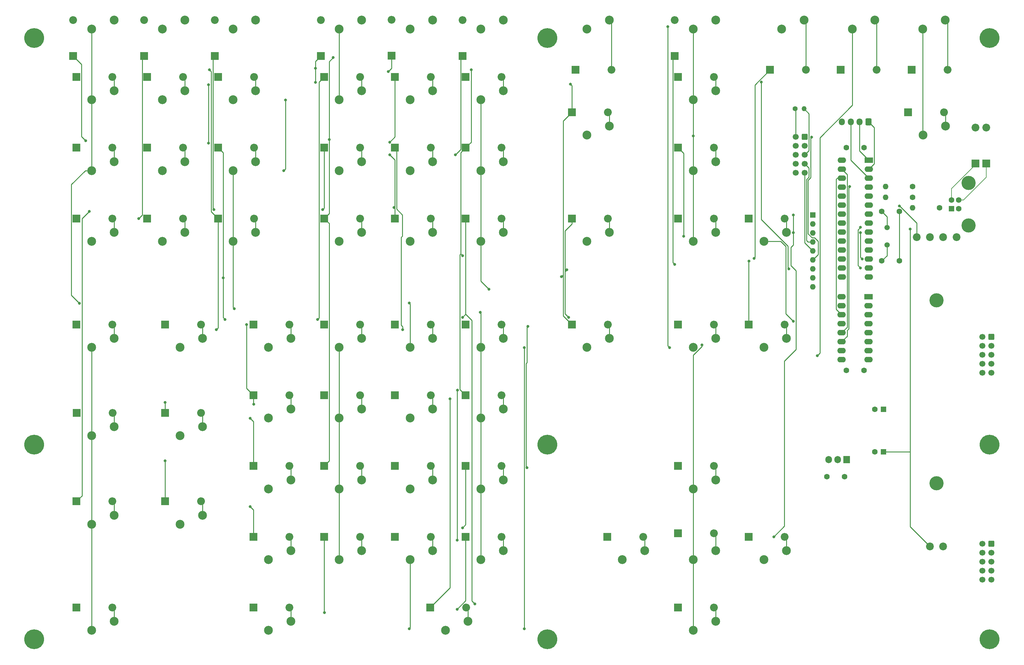
<source format=gbr>
%TF.GenerationSoftware,KiCad,Pcbnew,7.0.5*%
%TF.CreationDate,2023-07-04T22:58:31+02:00*%
%TF.ProjectId,CMD_Board,434d445f-426f-4617-9264-2e6b69636164,rev?*%
%TF.SameCoordinates,Original*%
%TF.FileFunction,Copper,L2,Bot*%
%TF.FilePolarity,Positive*%
%FSLAX46Y46*%
G04 Gerber Fmt 4.6, Leading zero omitted, Abs format (unit mm)*
G04 Created by KiCad (PCBNEW 7.0.5) date 2023-07-04 22:58:31*
%MOMM*%
%LPD*%
G01*
G04 APERTURE LIST*
G04 Aperture macros list*
%AMRoundRect*
0 Rectangle with rounded corners*
0 $1 Rounding radius*
0 $2 $3 $4 $5 $6 $7 $8 $9 X,Y pos of 4 corners*
0 Add a 4 corners polygon primitive as box body*
4,1,4,$2,$3,$4,$5,$6,$7,$8,$9,$2,$3,0*
0 Add four circle primitives for the rounded corners*
1,1,$1+$1,$2,$3*
1,1,$1+$1,$4,$5*
1,1,$1+$1,$6,$7*
1,1,$1+$1,$8,$9*
0 Add four rect primitives between the rounded corners*
20,1,$1+$1,$2,$3,$4,$5,0*
20,1,$1+$1,$4,$5,$6,$7,0*
20,1,$1+$1,$6,$7,$8,$9,0*
20,1,$1+$1,$8,$9,$2,$3,0*%
G04 Aperture macros list end*
%TA.AperFunction,ComponentPad*%
%ADD10R,2.200000X2.200000*%
%TD*%
%TA.AperFunction,ComponentPad*%
%ADD11O,2.200000X2.200000*%
%TD*%
%TA.AperFunction,ComponentPad*%
%ADD12C,2.500000*%
%TD*%
%TA.AperFunction,ComponentPad*%
%ADD13C,5.600000*%
%TD*%
%TA.AperFunction,ComponentPad*%
%ADD14C,2.200000*%
%TD*%
%TA.AperFunction,ComponentPad*%
%ADD15C,4.000000*%
%TD*%
%TA.AperFunction,ComponentPad*%
%ADD16RoundRect,0.250000X0.600000X0.600000X-0.600000X0.600000X-0.600000X-0.600000X0.600000X-0.600000X0*%
%TD*%
%TA.AperFunction,ComponentPad*%
%ADD17C,1.700000*%
%TD*%
%TA.AperFunction,ComponentPad*%
%ADD18R,1.600000X1.600000*%
%TD*%
%TA.AperFunction,ComponentPad*%
%ADD19C,1.600000*%
%TD*%
%TA.AperFunction,ComponentPad*%
%ADD20C,1.400000*%
%TD*%
%TA.AperFunction,ComponentPad*%
%ADD21O,1.400000X1.400000*%
%TD*%
%TA.AperFunction,ComponentPad*%
%ADD22O,1.600000X1.600000*%
%TD*%
%TA.AperFunction,ComponentPad*%
%ADD23C,1.500000*%
%TD*%
%TA.AperFunction,ComponentPad*%
%ADD24R,1.905000X2.000000*%
%TD*%
%TA.AperFunction,ComponentPad*%
%ADD25O,1.905000X2.000000*%
%TD*%
%TA.AperFunction,ComponentPad*%
%ADD26RoundRect,0.250000X0.600000X0.725000X-0.600000X0.725000X-0.600000X-0.725000X0.600000X-0.725000X0*%
%TD*%
%TA.AperFunction,ComponentPad*%
%ADD27O,1.700000X1.950000*%
%TD*%
%TA.AperFunction,ComponentPad*%
%ADD28R,2.400000X1.600000*%
%TD*%
%TA.AperFunction,ComponentPad*%
%ADD29O,2.400000X1.600000*%
%TD*%
%TA.AperFunction,ViaPad*%
%ADD30C,0.800000*%
%TD*%
%TA.AperFunction,Conductor*%
%ADD31C,0.250000*%
%TD*%
%TA.AperFunction,Conductor*%
%ADD32C,0.200000*%
%TD*%
G04 APERTURE END LIST*
D10*
%TO.P,D58,1,K*%
%TO.N,MATRIX_8*%
X106920000Y-181000000D03*
D11*
%TO.P,D58,2,A*%
%TO.N,Net-(D58-Pad2)*%
X117080000Y-181000000D03*
%TD*%
D10*
%TO.P,D70,1,K*%
%TO.N,MATRIX_7*%
X246920000Y-161000000D03*
D11*
%TO.P,D70,2,A*%
%TO.N,Net-(D70-Pad2)*%
X257080000Y-161000000D03*
%TD*%
D12*
%TO.P,SW14,1,1*%
%TO.N,MATRIX_E*%
X151190000Y-17460000D03*
%TO.P,SW14,2,2*%
%TO.N,Net-(D15-Pad2)*%
X157540000Y-14920000D03*
%TD*%
%TO.P,SW11,1,1*%
%TO.N,MATRIX_E*%
X81190000Y-77460000D03*
%TO.P,SW11,2,2*%
%TO.N,Net-(D12-Pad2)*%
X87540000Y-74920000D03*
%TD*%
%TO.P,SW25,1,1*%
%TO.N,MATRIX_F*%
X201190000Y-17460000D03*
%TO.P,SW25,2,2*%
%TO.N,Net-(D27-Pad2)*%
X207540000Y-14920000D03*
%TD*%
D13*
%TO.P,H2,1,1*%
%TO.N,GND*%
X315000000Y-135000000D03*
%TD*%
D12*
%TO.P,SW56,1,1*%
%TO.N,MATRIX_D*%
X111190000Y-187460000D03*
%TO.P,SW56,2,2*%
%TO.N,Net-(D58-Pad2)*%
X117540000Y-184920000D03*
%TD*%
D10*
%TO.P,D71,1,K*%
%TO.N,MATRIX_8*%
X226920000Y-181000000D03*
D11*
%TO.P,D71,2,A*%
%TO.N,Net-(D71-Pad2)*%
X237080000Y-181000000D03*
%TD*%
D10*
%TO.P,D44,1,K*%
%TO.N,MATRIX_2*%
X106920000Y-141000000D03*
D11*
%TO.P,D44,2,A*%
%TO.N,Net-(D44-Pad2)*%
X117080000Y-141000000D03*
%TD*%
D10*
%TO.P,D42,1,K*%
%TO.N,MATRIX_8*%
X106920000Y-101000000D03*
D11*
%TO.P,D42,2,A*%
%TO.N,Net-(D42-Pad2)*%
X117080000Y-101000000D03*
%TD*%
D12*
%TO.P,SW54,1,1*%
%TO.N,MATRIX_D*%
X171190000Y-147460000D03*
%TO.P,SW54,2,2*%
%TO.N,Net-(D56-Pad2)*%
X177540000Y-144920000D03*
%TD*%
%TO.P,SW6,1,1*%
%TO.N,MATRIX_A*%
X101190000Y-37460000D03*
%TO.P,SW6,2,2*%
%TO.N,Net-(D7-Pad2)*%
X107540000Y-34920000D03*
%TD*%
D10*
%TO.P,D14,1,K*%
%TO.N,ICSP_MISO*%
X126000000Y-25080000D03*
D11*
%TO.P,D14,2,A*%
%TO.N,Net-(D14-Pad2)*%
X126000000Y-14920000D03*
%TD*%
D12*
%TO.P,SW52,1,1*%
%TO.N,MATRIX_D*%
X171190000Y-107460000D03*
%TO.P,SW52,2,2*%
%TO.N,Net-(D54-Pad2)*%
X177540000Y-104920000D03*
%TD*%
%TO.P,SW20,1,1*%
%TO.N,MATRIX_B*%
X151190000Y-57460000D03*
%TO.P,SW20,2,2*%
%TO.N,Net-(D22-Pad2)*%
X157540000Y-54920000D03*
%TD*%
%TO.P,SW12,1,1*%
%TO.N,MATRIX_E*%
X101190000Y-77460000D03*
%TO.P,SW12,2,2*%
%TO.N,Net-(D13-Pad2)*%
X107540000Y-74920000D03*
%TD*%
%TO.P,SW35,1,1*%
%TO.N,MATRIX_G*%
X61190000Y-157460000D03*
%TO.P,SW35,2,2*%
%TO.N,Net-(D37-Pad2)*%
X67540000Y-154920000D03*
%TD*%
D10*
%TO.P,D21,1,K*%
%TO.N,MATRIX_3*%
X126920000Y-51000000D03*
D11*
%TO.P,D21,2,A*%
%TO.N,Net-(D21-Pad2)*%
X137080000Y-51000000D03*
%TD*%
D12*
%TO.P,SW19,1,1*%
%TO.N,MATRIX_B*%
X131190000Y-57460000D03*
%TO.P,SW19,2,2*%
%TO.N,Net-(D21-Pad2)*%
X137540000Y-54920000D03*
%TD*%
D10*
%TO.P,D40,1,K*%
%TO.N,ICSP_SCK*%
X81920000Y-151000000D03*
D11*
%TO.P,D40,2,A*%
%TO.N,Net-(D40-Pad2)*%
X92080000Y-151000000D03*
%TD*%
D12*
%TO.P,SW28,1,1*%
%TO.N,MATRIX_F*%
X231190000Y-17460000D03*
%TO.P,SW28,2,2*%
%TO.N,Net-(D30-Pad2)*%
X237540000Y-14920000D03*
%TD*%
%TO.P,SW26,1,1*%
%TO.N,MATRIX_F*%
X201190000Y-47460000D03*
%TO.P,SW26,2,2*%
%TO.N,Net-(D28-Pad2)*%
X207540000Y-44920000D03*
%TD*%
%TO.P,SW13,1,1*%
%TO.N,MATRIX_E*%
X131190000Y-17460000D03*
%TO.P,SW13,2,2*%
%TO.N,Net-(D14-Pad2)*%
X137540000Y-14920000D03*
%TD*%
D10*
%TO.P,D68,1,K*%
%TO.N,ICSP_MISO*%
X206920000Y-161000000D03*
D11*
%TO.P,D68,2,A*%
%TO.N,Net-(D68-Pad2)*%
X217080000Y-161000000D03*
%TD*%
D10*
%TO.P,D17,1,K*%
%TO.N,MATRIX_8*%
X126920000Y-31000000D03*
D11*
%TO.P,D17,2,A*%
%TO.N,Net-(D17-Pad2)*%
X137080000Y-31000000D03*
%TD*%
D10*
%TO.P,D56,1,K*%
%TO.N,ICSP_SCK*%
X166920000Y-141000000D03*
D11*
%TO.P,D56,2,A*%
%TO.N,Net-(D56-Pad2)*%
X177080000Y-141000000D03*
%TD*%
D12*
%TO.P,SW32,1,1*%
%TO.N,MATRIX_F*%
X251190000Y-77460000D03*
%TO.P,SW32,2,2*%
%TO.N,Net-(D34-Pad2)*%
X257540000Y-74920000D03*
%TD*%
%TO.P,SW1,1,1*%
%TO.N,MATRIX_A*%
X61190000Y-17460000D03*
%TO.P,SW1,2,2*%
%TO.N,Net-(D2-Pad2)*%
X67540000Y-14920000D03*
%TD*%
D10*
%TO.P,D49,1,K*%
%TO.N,MATRIX_7*%
X126920000Y-161000000D03*
D11*
%TO.P,D49,2,A*%
%TO.N,Net-(D49-Pad2)*%
X137080000Y-161000000D03*
%TD*%
D12*
%TO.P,SW3,1,1*%
%TO.N,MATRIX_A*%
X101190000Y-17460000D03*
%TO.P,SW3,2,2*%
%TO.N,Net-(D4-Pad2)*%
X107540000Y-14920000D03*
%TD*%
D10*
%TO.P,D60,1,K*%
%TO.N,MATRIX_2*%
X196920000Y-101000000D03*
D11*
%TO.P,D60,2,A*%
%TO.N,Net-(D60-Pad2)*%
X207080000Y-101000000D03*
%TD*%
D12*
%TO.P,SW24,1,1*%
%TO.N,MATRIX_B*%
X171190000Y-77460000D03*
%TO.P,SW24,2,2*%
%TO.N,Net-(D26-Pad2)*%
X177540000Y-74920000D03*
%TD*%
D10*
%TO.P,D29,1,K*%
%TO.N,MATRIX_3*%
X196920000Y-71000000D03*
D11*
%TO.P,D29,2,A*%
%TO.N,Net-(D29-Pad2)*%
X207080000Y-71000000D03*
%TD*%
D12*
%TO.P,SW60,1,1*%
%TO.N,MATRIX_I*%
X251190000Y-107460000D03*
%TO.P,SW60,2,2*%
%TO.N,Net-(D62-Pad2)*%
X257540000Y-104920000D03*
%TD*%
D10*
%TO.P,D23,1,K*%
%TO.N,ICSP_MISO*%
X166920000Y-51000000D03*
D11*
%TO.P,D23,2,A*%
%TO.N,Net-(D23-Pad2)*%
X177080000Y-51000000D03*
%TD*%
D10*
%TO.P,D52,1,K*%
%TO.N,MATRIX_2*%
X146920000Y-141000000D03*
D11*
%TO.P,D52,2,A*%
%TO.N,Net-(D52-Pad2)*%
X157080000Y-141000000D03*
%TD*%
D12*
%TO.P,SW68,1,1*%
%TO.N,MATRIX_H*%
X251190000Y-167460000D03*
%TO.P,SW68,2,2*%
%TO.N,Net-(D70-Pad2)*%
X257540000Y-164920000D03*
%TD*%
D10*
%TO.P,D30,1,K*%
%TO.N,ICSP_MOSI*%
X226000000Y-25080000D03*
D11*
%TO.P,D30,2,A*%
%TO.N,Net-(D30-Pad2)*%
X226000000Y-14920000D03*
%TD*%
D12*
%TO.P,SW69,1,1*%
%TO.N,MATRIX_H*%
X231190000Y-187460000D03*
%TO.P,SW69,2,2*%
%TO.N,Net-(D71-Pad2)*%
X237540000Y-184920000D03*
%TD*%
D13*
%TO.P,H5,1,1*%
%TO.N,GND*%
X190000000Y-190000000D03*
%TD*%
D10*
%TO.P,D27,1,K*%
%TO.N,MATRIX_1*%
X197920000Y-29000000D03*
D11*
%TO.P,D27,2,A*%
%TO.N,Net-(D27-Pad2)*%
X208080000Y-29000000D03*
%TD*%
D10*
%TO.P,D31,1,K*%
%TO.N,ICSP_MISO*%
X226920000Y-31000000D03*
D11*
%TO.P,D31,2,A*%
%TO.N,Net-(D31-Pad2)*%
X237080000Y-31000000D03*
%TD*%
D12*
%TO.P,SW57,1,1*%
%TO.N,MATRIX_I*%
X161190000Y-187460000D03*
%TO.P,SW57,2,2*%
%TO.N,Net-(D59-Pad2)*%
X167540000Y-184920000D03*
%TD*%
D10*
%TO.P,D62,1,K*%
%TO.N,ICSP_MOSI*%
X246920000Y-101000000D03*
D11*
%TO.P,D62,2,A*%
%TO.N,Net-(D62-Pad2)*%
X257080000Y-101000000D03*
%TD*%
D12*
%TO.P,SW4,1,1*%
%TO.N,MATRIX_A*%
X61190000Y-37460000D03*
%TO.P,SW4,2,2*%
%TO.N,Net-(D5-Pad2)*%
X67540000Y-34920000D03*
%TD*%
%TO.P,SW51,1,1*%
%TO.N,MATRIX_D*%
X151190000Y-167460000D03*
%TO.P,SW51,2,2*%
%TO.N,Net-(D53-Pad2)*%
X157540000Y-164920000D03*
%TD*%
%TO.P,SW34,1,1*%
%TO.N,MATRIX_G*%
X61190000Y-132460000D03*
%TO.P,SW34,2,2*%
%TO.N,Net-(D36-Pad2)*%
X67540000Y-129920000D03*
%TD*%
D10*
%TO.P,D67,1,K*%
%TO.N,ICSP_MOSI*%
X291920000Y-41000000D03*
D11*
%TO.P,D67,2,A*%
%TO.N,Net-(D67-Pad2)*%
X302080000Y-41000000D03*
%TD*%
D12*
%TO.P,SW66,1,1*%
%TO.N,MATRIX_H*%
X211190000Y-167460000D03*
%TO.P,SW66,2,2*%
%TO.N,Net-(D68-Pad2)*%
X217540000Y-164920000D03*
%TD*%
D10*
%TO.P,D22,1,K*%
%TO.N,ICSP_MOSI*%
X146920000Y-51000000D03*
D11*
%TO.P,D22,2,A*%
%TO.N,Net-(D22-Pad2)*%
X157080000Y-51000000D03*
%TD*%
D12*
%TO.P,SW16,1,1*%
%TO.N,MATRIX_E*%
X131190000Y-37460000D03*
%TO.P,SW16,2,2*%
%TO.N,Net-(D17-Pad2)*%
X137540000Y-34920000D03*
%TD*%
D10*
%TO.P,D9,1,K*%
%TO.N,MATRIX_8*%
X76920000Y-51000000D03*
D11*
%TO.P,D9,2,A*%
%TO.N,Net-(D9-Pad2)*%
X87080000Y-51000000D03*
%TD*%
D12*
%TO.P,SW22,1,1*%
%TO.N,MATRIX_B*%
X131190000Y-77460000D03*
%TO.P,SW22,2,2*%
%TO.N,Net-(D24-Pad2)*%
X137540000Y-74920000D03*
%TD*%
%TO.P,SW17,1,1*%
%TO.N,MATRIX_B*%
X151190000Y-37460000D03*
%TO.P,SW17,2,2*%
%TO.N,Net-(D19-Pad2)*%
X157540000Y-34920000D03*
%TD*%
D13*
%TO.P,H3,1,1*%
%TO.N,GND*%
X190000000Y-135000000D03*
%TD*%
D12*
%TO.P,SW50,1,1*%
%TO.N,MATRIX_D*%
X151190000Y-147460000D03*
%TO.P,SW50,2,2*%
%TO.N,Net-(D52-Pad2)*%
X157540000Y-144920000D03*
%TD*%
%TO.P,SW42,1,1*%
%TO.N,MATRIX_C*%
X111190000Y-147460000D03*
%TO.P,SW42,2,2*%
%TO.N,Net-(D44-Pad2)*%
X117540000Y-144920000D03*
%TD*%
%TO.P,SW65,1,1*%
%TO.N,MATRIX_H*%
X296190000Y-47460000D03*
%TO.P,SW65,2,2*%
%TO.N,Net-(D67-Pad2)*%
X302540000Y-44920000D03*
%TD*%
D10*
%TO.P,D69,1,K*%
%TO.N,ICSP_SCK*%
X226920000Y-160000000D03*
D11*
%TO.P,D69,2,A*%
%TO.N,Net-(D69-Pad2)*%
X237080000Y-160000000D03*
%TD*%
D12*
%TO.P,SW33,1,1*%
%TO.N,MATRIX_G*%
X61190000Y-107460000D03*
%TO.P,SW33,2,2*%
%TO.N,Net-(D35-Pad2)*%
X67540000Y-104920000D03*
%TD*%
D10*
%TO.P,D6,1,K*%
%TO.N,ICSP_MISO*%
X76920000Y-31000000D03*
D11*
%TO.P,D6,2,A*%
%TO.N,Net-(D6-Pad2)*%
X87080000Y-31000000D03*
%TD*%
D12*
%TO.P,SW53,1,1*%
%TO.N,MATRIX_D*%
X171190000Y-127460000D03*
%TO.P,SW53,2,2*%
%TO.N,Net-(D55-Pad2)*%
X177540000Y-124920000D03*
%TD*%
%TO.P,SW23,1,1*%
%TO.N,MATRIX_B*%
X151190000Y-77460000D03*
%TO.P,SW23,2,2*%
%TO.N,Net-(D25-Pad2)*%
X157540000Y-74920000D03*
%TD*%
D10*
%TO.P,D59,1,K*%
%TO.N,MATRIX_1*%
X156920000Y-181000000D03*
D11*
%TO.P,D59,2,A*%
%TO.N,Net-(D59-Pad2)*%
X167080000Y-181000000D03*
%TD*%
D10*
%TO.P,D13,1,K*%
%TO.N,ICSP_MOSI*%
X96920000Y-71000000D03*
D11*
%TO.P,D13,2,A*%
%TO.N,Net-(D13-Pad2)*%
X107080000Y-71000000D03*
%TD*%
D12*
%TO.P,SW58,1,1*%
%TO.N,MATRIX_I*%
X201190000Y-107460000D03*
%TO.P,SW58,2,2*%
%TO.N,Net-(D60-Pad2)*%
X207540000Y-104920000D03*
%TD*%
%TO.P,SW29,1,1*%
%TO.N,MATRIX_F*%
X231190000Y-37460000D03*
%TO.P,SW29,2,2*%
%TO.N,Net-(D31-Pad2)*%
X237540000Y-34920000D03*
%TD*%
%TO.P,SW36,1,1*%
%TO.N,MATRIX_G*%
X86190000Y-107460000D03*
%TO.P,SW36,2,2*%
%TO.N,Net-(D38-Pad2)*%
X92540000Y-104920000D03*
%TD*%
%TO.P,SW49,1,1*%
%TO.N,MATRIX_D*%
X151190000Y-127460000D03*
%TO.P,SW49,2,2*%
%TO.N,Net-(D51-Pad2)*%
X157540000Y-124920000D03*
%TD*%
%TO.P,SW45,1,1*%
%TO.N,MATRIX_C*%
X131190000Y-127460000D03*
%TO.P,SW45,2,2*%
%TO.N,Net-(D47-Pad2)*%
X137540000Y-124920000D03*
%TD*%
D10*
%TO.P,D51,1,K*%
%TO.N,MATRIX_1*%
X146920000Y-121000000D03*
D11*
%TO.P,D51,2,A*%
%TO.N,Net-(D51-Pad2)*%
X157080000Y-121000000D03*
%TD*%
D12*
%TO.P,SW37,1,1*%
%TO.N,MATRIX_G*%
X86190000Y-132460000D03*
%TO.P,SW37,2,2*%
%TO.N,Net-(D39-Pad2)*%
X92540000Y-129920000D03*
%TD*%
D10*
%TO.P,D8,1,K*%
%TO.N,MATRIX_7*%
X56920000Y-51000000D03*
D11*
%TO.P,D8,2,A*%
%TO.N,Net-(D8-Pad2)*%
X67080000Y-51000000D03*
%TD*%
D12*
%TO.P,SW9,1,1*%
%TO.N,MATRIX_E*%
X101190000Y-57460000D03*
%TO.P,SW9,2,2*%
%TO.N,Net-(D10-Pad2)*%
X107540000Y-54920000D03*
%TD*%
%TO.P,SW55,1,1*%
%TO.N,MATRIX_D*%
X171190000Y-167460000D03*
%TO.P,SW55,2,2*%
%TO.N,Net-(D57-Pad2)*%
X177540000Y-164920000D03*
%TD*%
D10*
%TO.P,D45,1,K*%
%TO.N,MATRIX_3*%
X106920000Y-161000000D03*
D11*
%TO.P,D45,2,A*%
%TO.N,Net-(D45-Pad2)*%
X117080000Y-161000000D03*
%TD*%
D10*
%TO.P,D63,1,K*%
%TO.N,ICSP_MISO*%
X252920000Y-29000000D03*
D11*
%TO.P,D63,2,A*%
%TO.N,Net-(D63-Pad2)*%
X263080000Y-29000000D03*
%TD*%
D10*
%TO.P,D47,1,K*%
%TO.N,ICSP_MISO*%
X126920000Y-121000000D03*
D11*
%TO.P,D47,2,A*%
%TO.N,Net-(D47-Pad2)*%
X137080000Y-121000000D03*
%TD*%
D10*
%TO.P,D5,1,K*%
%TO.N,ICSP_MOSI*%
X56920000Y-31000000D03*
D11*
%TO.P,D5,2,A*%
%TO.N,Net-(D5-Pad2)*%
X67080000Y-31000000D03*
%TD*%
D10*
%TO.P,D53,1,K*%
%TO.N,MATRIX_3*%
X146920000Y-161000000D03*
D11*
%TO.P,D53,2,A*%
%TO.N,Net-(D53-Pad2)*%
X157080000Y-161000000D03*
%TD*%
D12*
%TO.P,SW15,1,1*%
%TO.N,MATRIX_E*%
X171190000Y-17460000D03*
%TO.P,SW15,2,2*%
%TO.N,Net-(D16-Pad2)*%
X177540000Y-14920000D03*
%TD*%
D10*
%TO.P,D7,1,K*%
%TO.N,ICSP_SCK*%
X96920000Y-31000000D03*
D11*
%TO.P,D7,2,A*%
%TO.N,Net-(D7-Pad2)*%
X107080000Y-31000000D03*
%TD*%
D10*
%TO.P,D26,1,K*%
%TO.N,MATRIX_8*%
X166920000Y-71000000D03*
D11*
%TO.P,D26,2,A*%
%TO.N,Net-(D26-Pad2)*%
X177080000Y-71000000D03*
%TD*%
D12*
%TO.P,SW63,1,1*%
%TO.N,MATRIX_H*%
X231190000Y-147460000D03*
%TO.P,SW63,2,2*%
%TO.N,Net-(D65-Pad2)*%
X237540000Y-144920000D03*
%TD*%
%TO.P,SW8,1,1*%
%TO.N,MATRIX_A*%
X81190000Y-57460000D03*
%TO.P,SW8,2,2*%
%TO.N,Net-(D9-Pad2)*%
X87540000Y-54920000D03*
%TD*%
%TO.P,SW18,1,1*%
%TO.N,MATRIX_B*%
X171190000Y-37460000D03*
%TO.P,SW18,2,2*%
%TO.N,Net-(D20-Pad2)*%
X177540000Y-34920000D03*
%TD*%
D13*
%TO.P,H2,1,1*%
%TO.N,GND*%
X190000000Y-20000000D03*
%TD*%
D10*
%TO.P,D32,1,K*%
%TO.N,ICSP_SCK*%
X226920000Y-51000000D03*
D11*
%TO.P,D32,2,A*%
%TO.N,Net-(D32-Pad2)*%
X237080000Y-51000000D03*
%TD*%
D13*
%TO.P,H1,1,1*%
%TO.N,GND*%
X45000000Y-135000000D03*
%TD*%
D10*
%TO.P,D41,1,K*%
%TO.N,MATRIX_7*%
X56920000Y-181000000D03*
D11*
%TO.P,D41,2,A*%
%TO.N,Net-(D41-Pad2)*%
X67080000Y-181000000D03*
%TD*%
D12*
%TO.P,SW62,1,1*%
%TO.N,MATRIX_H*%
X276190000Y-17460000D03*
%TO.P,SW62,2,2*%
%TO.N,Net-(D64-Pad2)*%
X282540000Y-14920000D03*
%TD*%
%TO.P,SW47,1,1*%
%TO.N,MATRIX_C*%
X131190000Y-167460000D03*
%TO.P,SW47,2,2*%
%TO.N,Net-(D49-Pad2)*%
X137540000Y-164920000D03*
%TD*%
D10*
%TO.P,D66,1,K*%
%TO.N,MATRIX_3*%
X292920000Y-29000000D03*
D11*
%TO.P,D66,2,A*%
%TO.N,Net-(D66-Pad2)*%
X303080000Y-29000000D03*
%TD*%
D13*
%TO.P,H4,1,1*%
%TO.N,GND*%
X45000000Y-20000000D03*
%TD*%
D10*
%TO.P,D28,1,K*%
%TO.N,MATRIX_2*%
X196920000Y-41000000D03*
D11*
%TO.P,D28,2,A*%
%TO.N,Net-(D28-Pad2)*%
X207080000Y-41000000D03*
%TD*%
D12*
%TO.P,SW61,1,1*%
%TO.N,MATRIX_I*%
X256190000Y-17460000D03*
%TO.P,SW61,2,2*%
%TO.N,Net-(D63-Pad2)*%
X262540000Y-14920000D03*
%TD*%
D10*
%TO.P,D57,1,K*%
%TO.N,MATRIX_7*%
X166920000Y-161000000D03*
D11*
%TO.P,D57,2,A*%
%TO.N,Net-(D57-Pad2)*%
X177080000Y-161000000D03*
%TD*%
D10*
%TO.P,D46,1,K*%
%TO.N,ICSP_MOSI*%
X126920000Y-101000000D03*
D11*
%TO.P,D46,2,A*%
%TO.N,Net-(D46-Pad2)*%
X137080000Y-101000000D03*
%TD*%
D10*
%TO.P,D64,1,K*%
%TO.N,MATRIX_1*%
X272920000Y-29000000D03*
D11*
%TO.P,D64,2,A*%
%TO.N,Net-(D64-Pad2)*%
X283080000Y-29000000D03*
%TD*%
D10*
%TO.P,D4,1,K*%
%TO.N,MATRIX_3*%
X96000000Y-25080000D03*
D11*
%TO.P,D4,2,A*%
%TO.N,Net-(D4-Pad2)*%
X96000000Y-14920000D03*
%TD*%
D12*
%TO.P,SW43,1,1*%
%TO.N,MATRIX_C*%
X111190000Y-167460000D03*
%TO.P,SW43,2,2*%
%TO.N,Net-(D45-Pad2)*%
X117540000Y-164920000D03*
%TD*%
D10*
%TO.P,D65,1,K*%
%TO.N,MATRIX_2*%
X226920000Y-141000000D03*
D11*
%TO.P,D65,2,A*%
%TO.N,Net-(D65-Pad2)*%
X237080000Y-141000000D03*
%TD*%
D10*
%TO.P,D24,1,K*%
%TO.N,ICSP_SCK*%
X126920000Y-71000000D03*
D11*
%TO.P,D24,2,A*%
%TO.N,Net-(D24-Pad2)*%
X137080000Y-71000000D03*
%TD*%
D12*
%TO.P,SW27,1,1*%
%TO.N,MATRIX_F*%
X201190000Y-77460000D03*
%TO.P,SW27,2,2*%
%TO.N,Net-(D29-Pad2)*%
X207540000Y-74920000D03*
%TD*%
D10*
%TO.P,D35,1,K*%
%TO.N,MATRIX_1*%
X56920000Y-101000000D03*
D11*
%TO.P,D35,2,A*%
%TO.N,Net-(D35-Pad2)*%
X67080000Y-101000000D03*
%TD*%
D12*
%TO.P,SW40,1,1*%
%TO.N,MATRIX_G*%
X111190000Y-107460000D03*
%TO.P,SW40,2,2*%
%TO.N,Net-(D42-Pad2)*%
X117540000Y-104920000D03*
%TD*%
D13*
%TO.P,H6,1,1*%
%TO.N,GND*%
X45000000Y-190000000D03*
%TD*%
D10*
%TO.P,D43,1,K*%
%TO.N,MATRIX_1*%
X106920000Y-121000000D03*
D11*
%TO.P,D43,2,A*%
%TO.N,Net-(D43-Pad2)*%
X117080000Y-121000000D03*
%TD*%
D10*
%TO.P,D12,1,K*%
%TO.N,MATRIX_3*%
X76920000Y-71000000D03*
D11*
%TO.P,D12,2,A*%
%TO.N,Net-(D12-Pad2)*%
X87080000Y-71000000D03*
%TD*%
D12*
%TO.P,SW31,1,1*%
%TO.N,MATRIX_F*%
X231190000Y-77460000D03*
%TO.P,SW31,2,2*%
%TO.N,Net-(D33-Pad2)*%
X237540000Y-74920000D03*
%TD*%
D13*
%TO.P,H2,1,1*%
%TO.N,GND*%
X315000000Y-190000000D03*
%TD*%
D12*
%TO.P,SW64,1,1*%
%TO.N,MATRIX_H*%
X296110000Y-17460000D03*
%TO.P,SW64,2,2*%
%TO.N,Net-(D66-Pad2)*%
X302460000Y-14920000D03*
%TD*%
D10*
%TO.P,D20,1,K*%
%TO.N,MATRIX_2*%
X166920000Y-31000000D03*
D11*
%TO.P,D20,2,A*%
%TO.N,Net-(D20-Pad2)*%
X177080000Y-31000000D03*
%TD*%
D13*
%TO.P,H2,1,1*%
%TO.N,GND*%
X315000000Y-20000000D03*
%TD*%
D10*
%TO.P,D33,1,K*%
%TO.N,MATRIX_7*%
X226920000Y-71000000D03*
D11*
%TO.P,D33,2,A*%
%TO.N,Net-(D33-Pad2)*%
X237080000Y-71000000D03*
%TD*%
D10*
%TO.P,D34,1,K*%
%TO.N,MATRIX_8*%
X246920000Y-71000000D03*
D11*
%TO.P,D34,2,A*%
%TO.N,Net-(D34-Pad2)*%
X257080000Y-71000000D03*
%TD*%
D10*
%TO.P,D55,1,K*%
%TO.N,ICSP_MISO*%
X166920000Y-121000000D03*
D11*
%TO.P,D55,2,A*%
%TO.N,Net-(D55-Pad2)*%
X177080000Y-121000000D03*
%TD*%
D12*
%TO.P,SW10,1,1*%
%TO.N,MATRIX_E*%
X61190000Y-77460000D03*
%TO.P,SW10,2,2*%
%TO.N,Net-(D11-Pad2)*%
X67540000Y-74920000D03*
%TD*%
D10*
%TO.P,D2,1,K*%
%TO.N,MATRIX_1*%
X56000000Y-25080000D03*
D11*
%TO.P,D2,2,A*%
%TO.N,Net-(D2-Pad2)*%
X56000000Y-14920000D03*
%TD*%
D10*
%TO.P,D15,1,K*%
%TO.N,ICSP_SCK*%
X146000000Y-25000000D03*
D11*
%TO.P,D15,2,A*%
%TO.N,Net-(D15-Pad2)*%
X146000000Y-14840000D03*
%TD*%
D10*
%TO.P,D36,1,K*%
%TO.N,MATRIX_2*%
X57000000Y-126000000D03*
D11*
%TO.P,D36,2,A*%
%TO.N,Net-(D36-Pad2)*%
X67160000Y-126000000D03*
%TD*%
D10*
%TO.P,D10,1,K*%
%TO.N,MATRIX_1*%
X96920000Y-51000000D03*
D11*
%TO.P,D10,2,A*%
%TO.N,Net-(D10-Pad2)*%
X107080000Y-51000000D03*
%TD*%
D12*
%TO.P,SW7,1,1*%
%TO.N,MATRIX_A*%
X61190000Y-57460000D03*
%TO.P,SW7,2,2*%
%TO.N,Net-(D8-Pad2)*%
X67540000Y-54920000D03*
%TD*%
%TO.P,SW38,1,1*%
%TO.N,MATRIX_G*%
X86190000Y-157460000D03*
%TO.P,SW38,2,2*%
%TO.N,Net-(D40-Pad2)*%
X92540000Y-154920000D03*
%TD*%
D10*
%TO.P,D50,1,K*%
%TO.N,MATRIX_8*%
X146920000Y-101000000D03*
D11*
%TO.P,D50,2,A*%
%TO.N,Net-(D50-Pad2)*%
X157080000Y-101000000D03*
%TD*%
D10*
%TO.P,D19,1,K*%
%TO.N,MATRIX_1*%
X146920000Y-31000000D03*
D11*
%TO.P,D19,2,A*%
%TO.N,Net-(D19-Pad2)*%
X157080000Y-31000000D03*
%TD*%
D12*
%TO.P,SW30,1,1*%
%TO.N,MATRIX_F*%
X231190000Y-57460000D03*
%TO.P,SW30,2,2*%
%TO.N,Net-(D32-Pad2)*%
X237540000Y-54920000D03*
%TD*%
%TO.P,SW21,1,1*%
%TO.N,MATRIX_B*%
X171190000Y-57460000D03*
%TO.P,SW21,2,2*%
%TO.N,Net-(D23-Pad2)*%
X177540000Y-54920000D03*
%TD*%
D10*
%TO.P,D38,1,K*%
%TO.N,ICSP_MOSI*%
X81920000Y-101000000D03*
D11*
%TO.P,D38,2,A*%
%TO.N,Net-(D38-Pad2)*%
X92080000Y-101000000D03*
%TD*%
D10*
%TO.P,D48,1,K*%
%TO.N,ICSP_SCK*%
X126920000Y-141000000D03*
D11*
%TO.P,D48,2,A*%
%TO.N,Net-(D48-Pad2)*%
X137080000Y-141000000D03*
%TD*%
D12*
%TO.P,SW67,1,1*%
%TO.N,MATRIX_H*%
X231190000Y-167460000D03*
%TO.P,SW67,2,2*%
%TO.N,Net-(D69-Pad2)*%
X237540000Y-164920000D03*
%TD*%
D10*
%TO.P,D3,1,K*%
%TO.N,MATRIX_2*%
X76000000Y-25080000D03*
D11*
%TO.P,D3,2,A*%
%TO.N,Net-(D3-Pad2)*%
X76000000Y-14920000D03*
%TD*%
D10*
%TO.P,D54,1,K*%
%TO.N,ICSP_MOSI*%
X166920000Y-101000000D03*
D11*
%TO.P,D54,2,A*%
%TO.N,Net-(D54-Pad2)*%
X177080000Y-101000000D03*
%TD*%
D10*
%TO.P,D11,1,K*%
%TO.N,MATRIX_2*%
X56920000Y-71000000D03*
D11*
%TO.P,D11,2,A*%
%TO.N,Net-(D11-Pad2)*%
X67080000Y-71000000D03*
%TD*%
D10*
%TO.P,D37,1,K*%
%TO.N,MATRIX_3*%
X56920000Y-151000000D03*
D11*
%TO.P,D37,2,A*%
%TO.N,Net-(D37-Pad2)*%
X67080000Y-151000000D03*
%TD*%
D12*
%TO.P,SW46,1,1*%
%TO.N,MATRIX_C*%
X131190000Y-147460000D03*
%TO.P,SW46,2,2*%
%TO.N,Net-(D48-Pad2)*%
X137540000Y-144920000D03*
%TD*%
%TO.P,SW41,1,1*%
%TO.N,MATRIX_C*%
X111190000Y-127460000D03*
%TO.P,SW41,2,2*%
%TO.N,Net-(D43-Pad2)*%
X117540000Y-124920000D03*
%TD*%
%TO.P,SW5,1,1*%
%TO.N,MATRIX_A*%
X81190000Y-37460000D03*
%TO.P,SW5,2,2*%
%TO.N,Net-(D6-Pad2)*%
X87540000Y-34920000D03*
%TD*%
D10*
%TO.P,D25,1,K*%
%TO.N,MATRIX_7*%
X146920000Y-71000000D03*
D11*
%TO.P,D25,2,A*%
%TO.N,Net-(D25-Pad2)*%
X157080000Y-71000000D03*
%TD*%
D10*
%TO.P,D61,1,K*%
%TO.N,MATRIX_3*%
X226920000Y-101000000D03*
D11*
%TO.P,D61,2,A*%
%TO.N,Net-(D61-Pad2)*%
X237080000Y-101000000D03*
%TD*%
D14*
%TO.P,RV1,1,1*%
%TO.N,GND*%
X298120000Y-76250000D03*
%TO.P,RV1,2,2*%
%TO.N,ANALOG_1*%
X294370000Y-76250000D03*
%TO.P,RV1,3,3*%
%TO.N,+5VA*%
X298120000Y-163750000D03*
%TO.P,RV1,4*%
%TO.N,N/C*%
X301880000Y-76250000D03*
%TO.P,RV1,5*%
X305630000Y-76250000D03*
%TO.P,RV1,6*%
X301880000Y-163750000D03*
D15*
%TO.P,RV1,G*%
X300000000Y-94150000D03*
X300000000Y-145850000D03*
%TD*%
D12*
%TO.P,SW44,1,1*%
%TO.N,MATRIX_C*%
X131190000Y-107460000D03*
%TO.P,SW44,2,2*%
%TO.N,Net-(D46-Pad2)*%
X137540000Y-104920000D03*
%TD*%
D10*
%TO.P,D39,1,K*%
%TO.N,ICSP_MISO*%
X81920000Y-126000000D03*
D11*
%TO.P,D39,2,A*%
%TO.N,Net-(D39-Pad2)*%
X92080000Y-126000000D03*
%TD*%
D12*
%TO.P,SW39,1,1*%
%TO.N,MATRIX_G*%
X61190000Y-187460000D03*
%TO.P,SW39,2,2*%
%TO.N,Net-(D41-Pad2)*%
X67540000Y-184920000D03*
%TD*%
%TO.P,SW48,1,1*%
%TO.N,MATRIX_C*%
X151190000Y-107460000D03*
%TO.P,SW48,2,2*%
%TO.N,Net-(D50-Pad2)*%
X157540000Y-104920000D03*
%TD*%
D10*
%TO.P,D16,1,K*%
%TO.N,MATRIX_7*%
X166000000Y-25080000D03*
D11*
%TO.P,D16,2,A*%
%TO.N,Net-(D16-Pad2)*%
X166000000Y-14920000D03*
%TD*%
D12*
%TO.P,SW59,1,1*%
%TO.N,MATRIX_I*%
X231190000Y-107460000D03*
%TO.P,SW59,2,2*%
%TO.N,Net-(D61-Pad2)*%
X237540000Y-104920000D03*
%TD*%
%TO.P,SW2,1,1*%
%TO.N,MATRIX_A*%
X81190000Y-17460000D03*
%TO.P,SW2,2,2*%
%TO.N,Net-(D3-Pad2)*%
X87540000Y-14920000D03*
%TD*%
D16*
%TO.P,J4,1,Pin_1*%
%TO.N,+12V*%
X315500000Y-163000000D03*
D17*
%TO.P,J4,2,Pin_2*%
%TO.N,GND*%
X312960000Y-163000000D03*
%TO.P,J4,3,Pin_3*%
%TO.N,+12V*%
X315500000Y-165540000D03*
%TO.P,J4,4,Pin_4*%
%TO.N,GND*%
X312960000Y-165540000D03*
%TO.P,J4,5,Pin_5*%
%TO.N,+5V*%
X315500000Y-168080000D03*
%TO.P,J4,6,Pin_6*%
%TO.N,GND*%
X312960000Y-168080000D03*
%TO.P,J4,7,Pin_7*%
%TO.N,+5V*%
X315500000Y-170620000D03*
%TO.P,J4,8,Pin_8*%
%TO.N,GND*%
X312960000Y-170620000D03*
%TO.P,J4,9,Pin_9*%
%TO.N,+5V*%
X315500000Y-173160000D03*
%TO.P,J4,10,Pin_10*%
%TO.N,GND*%
X312960000Y-173160000D03*
%TD*%
D16*
%TO.P,J5,1,Pin_1*%
%TO.N,+5VA*%
X315500000Y-104500000D03*
D17*
%TO.P,J5,2,Pin_2*%
%TO.N,ANALOG_2*%
X312960000Y-104500000D03*
%TO.P,J5,3,Pin_3*%
%TO.N,unconnected-(J5-Pad3)*%
X315500000Y-107040000D03*
%TO.P,J5,4,Pin_4*%
%TO.N,MATRIX_I*%
X312960000Y-107040000D03*
%TO.P,J5,5,Pin_5*%
%TO.N,unconnected-(J5-Pad5)*%
X315500000Y-109580000D03*
%TO.P,J5,6,Pin_6*%
%TO.N,ICSP_SCK*%
X312960000Y-109580000D03*
%TO.P,J5,7,Pin_7*%
%TO.N,unconnected-(J5-Pad7)*%
X315500000Y-112120000D03*
%TO.P,J5,8,Pin_8*%
%TO.N,MATRIX_7*%
X312960000Y-112120000D03*
%TO.P,J5,9,Pin_9*%
%TO.N,MATRIX_8*%
X315500000Y-114660000D03*
%TO.P,J5,10,Pin_10*%
%TO.N,GND*%
X312960000Y-114660000D03*
%TD*%
D10*
%TO.P,D18,1,K*%
%TO.N,/#USB_D+*%
X314000000Y-55500000D03*
D11*
%TO.P,D18,2,A*%
%TO.N,GND*%
X314000000Y-45340000D03*
%TD*%
D18*
%TO.P,J1,1,VBUS*%
%TO.N,unconnected-(J1-Pad1)*%
X304212500Y-68250000D03*
D19*
%TO.P,J1,2,D-*%
%TO.N,/#USB_D-*%
X304212500Y-65750000D03*
%TO.P,J1,3,D+*%
%TO.N,/#USB_D+*%
X306212500Y-65750000D03*
%TO.P,J1,4,GND*%
%TO.N,GND*%
X306212500Y-68250000D03*
D15*
%TO.P,J1,5,Shield*%
X309072500Y-73000000D03*
X309072500Y-61000000D03*
%TD*%
D20*
%TO.P,R4,1*%
%TO.N,+5V*%
X260000000Y-40000000D03*
D21*
%TO.P,R4,2*%
%TO.N,~{RESET}*%
X262540000Y-40000000D03*
%TD*%
D19*
%TO.P,C1,1*%
%TO.N,+5V*%
X279500000Y-51000000D03*
%TO.P,C1,2*%
%TO.N,GND*%
X274500000Y-51000000D03*
%TD*%
D16*
%TO.P,J2,1,Pin_1*%
%TO.N,ICSP_MOSI*%
X262752500Y-47920000D03*
D17*
%TO.P,J2,2,Pin_2*%
%TO.N,+5V*%
X260212500Y-47920000D03*
%TO.P,J2,3,Pin_3*%
%TO.N,unconnected-(J2-Pad3)*%
X262752500Y-50460000D03*
%TO.P,J2,4,Pin_4*%
%TO.N,GND*%
X260212500Y-50460000D03*
%TO.P,J2,5,Pin_5*%
%TO.N,~{RESET}*%
X262752500Y-53000000D03*
%TO.P,J2,6,Pin_6*%
%TO.N,GND*%
X260212500Y-53000000D03*
%TO.P,J2,7,Pin_7*%
%TO.N,ICSP_SCK*%
X262752500Y-55540000D03*
%TO.P,J2,8,Pin_8*%
%TO.N,GND*%
X260212500Y-55540000D03*
%TO.P,J2,9,Pin_9*%
%TO.N,ICSP_MISO*%
X262752500Y-58080000D03*
%TO.P,J2,10,Pin_10*%
%TO.N,GND*%
X260212500Y-58080000D03*
%TD*%
D19*
%TO.P,R3,1*%
%TO.N,/#USB_D-*%
X293190000Y-65000000D03*
D22*
%TO.P,R3,2*%
%TO.N,USB_D-*%
X285570000Y-65000000D03*
%TD*%
D18*
%TO.P,C6,1*%
%TO.N,+5VA*%
X285000000Y-137000000D03*
D19*
%TO.P,C6,2*%
%TO.N,GND*%
X282500000Y-137000000D03*
%TD*%
D23*
%TO.P,Y1,1,1*%
%TO.N,Net-(C4-Pad2)*%
X286000000Y-78450000D03*
%TO.P,Y1,2,2*%
%TO.N,Net-(C3-Pad2)*%
X286000000Y-73550000D03*
%TD*%
D19*
%TO.P,R1,1*%
%TO.N,/#USB_D+*%
X300810000Y-68000000D03*
D22*
%TO.P,R1,2*%
%TO.N,USB_INT{slash}SER*%
X293190000Y-68000000D03*
%TD*%
D10*
%TO.P,D1,1,K*%
%TO.N,/#USB_D-*%
X311000000Y-55500000D03*
D11*
%TO.P,D1,2,A*%
%TO.N,GND*%
X311000000Y-45340000D03*
%TD*%
D19*
%TO.P,C3,1*%
%TO.N,GND*%
X289500000Y-69000000D03*
%TO.P,C3,2*%
%TO.N,Net-(C3-Pad2)*%
X284500000Y-69000000D03*
%TD*%
D24*
%TO.P,U2,1,IN*%
%TO.N,+12V*%
X274540000Y-139230000D03*
D25*
%TO.P,U2,2,GND*%
%TO.N,GND*%
X272000000Y-139230000D03*
%TO.P,U2,3,OUT*%
%TO.N,+5VA*%
X269460000Y-139230000D03*
%TD*%
D26*
%TO.P,J3,1,Pin_1*%
%TO.N,RS232_RX*%
X280750000Y-43700000D03*
D27*
%TO.P,J3,2,Pin_2*%
%TO.N,~{RESET}*%
X278250000Y-43700000D03*
%TO.P,J3,3,Pin_3*%
%TO.N,RS232_TX*%
X275750000Y-43700000D03*
%TO.P,J3,4,Pin_4*%
%TO.N,GND*%
X273250000Y-43700000D03*
%TD*%
D18*
%TO.P,RN1,1,common*%
%TO.N,GND*%
X265000000Y-70000000D03*
D22*
%TO.P,RN1,2,R1*%
%TO.N,MATRIX_8*%
X265000000Y-72540000D03*
%TO.P,RN1,3,R2*%
%TO.N,MATRIX_7*%
X265000000Y-75080000D03*
%TO.P,RN1,4,R3*%
%TO.N,ICSP_SCK*%
X265000000Y-77620000D03*
%TO.P,RN1,5,R4*%
%TO.N,ICSP_MISO*%
X265000000Y-80160000D03*
%TO.P,RN1,6,R5*%
%TO.N,ICSP_MOSI*%
X265000000Y-82700000D03*
%TO.P,RN1,7,R6*%
%TO.N,MATRIX_3*%
X265000000Y-85240000D03*
%TO.P,RN1,8,R7*%
%TO.N,MATRIX_2*%
X265000000Y-87780000D03*
%TO.P,RN1,9,R8*%
%TO.N,MATRIX_1*%
X265000000Y-90320000D03*
%TD*%
D28*
%TO.P,U3,1,PC6/~{RESET}*%
%TO.N,~{RESET}*%
X280825000Y-54500000D03*
D29*
%TO.P,U3,2,PD0*%
%TO.N,RS232_RX*%
X280825000Y-57040000D03*
%TO.P,U3,3,PD1*%
%TO.N,RS232_TX*%
X280825000Y-59580000D03*
%TO.P,U3,4,PD2*%
%TO.N,USB_D+*%
X280825000Y-62120000D03*
%TO.P,U3,5,PD3*%
%TO.N,USB_D-*%
X280825000Y-64660000D03*
%TO.P,U3,6,PD4*%
%TO.N,USB_INT*%
X280825000Y-67200000D03*
%TO.P,U3,7,VCC*%
%TO.N,+5V*%
X280825000Y-69740000D03*
%TO.P,U3,8,GND*%
%TO.N,GND*%
X280825000Y-72280000D03*
%TO.P,U3,9,PB6/XTAL1*%
%TO.N,Net-(C3-Pad2)*%
X280825000Y-74820000D03*
%TO.P,U3,10,PB7/XTAL2*%
%TO.N,Net-(C4-Pad2)*%
X280825000Y-77360000D03*
%TO.P,U3,11,PD5*%
%TO.N,unconnected-(U3-Pad11)*%
X280825000Y-79900000D03*
%TO.P,U3,12,PD6*%
%TO.N,MATRIX_7*%
X280825000Y-82440000D03*
%TO.P,U3,13,PD7*%
%TO.N,MATRIX_8*%
X280825000Y-84980000D03*
%TO.P,U3,14,PB0*%
%TO.N,MATRIX_1*%
X280825000Y-87520000D03*
%TO.P,U3,15,PB1*%
%TO.N,MATRIX_2*%
X273205000Y-87520000D03*
%TO.P,U3,16,PB2*%
%TO.N,MATRIX_3*%
X273205000Y-84980000D03*
%TO.P,U3,17,PB3*%
%TO.N,ICSP_MOSI*%
X273205000Y-82440000D03*
%TO.P,U3,18,PB4*%
%TO.N,ICSP_MISO*%
X273205000Y-79900000D03*
%TO.P,U3,19,PB5*%
%TO.N,ICSP_SCK*%
X273205000Y-77360000D03*
%TO.P,U3,20,AVCC*%
%TO.N,+5VA*%
X273205000Y-74820000D03*
%TO.P,U3,21,AREF*%
X273205000Y-72280000D03*
%TO.P,U3,22,AGND*%
%TO.N,GND*%
X273205000Y-69740000D03*
%TO.P,U3,23,PC0*%
%TO.N,ANALOG_1*%
X273205000Y-67200000D03*
%TO.P,U3,24,PC1*%
%TO.N,ANALOG_2*%
X273205000Y-64660000D03*
%TO.P,U3,25,PC2*%
%TO.N,SER_CLK*%
X273205000Y-62120000D03*
%TO.P,U3,26,PC3*%
%TO.N,SER_DATA*%
X273205000Y-59580000D03*
%TO.P,U3,27,PC4*%
%TO.N,SER_LATCH*%
X273205000Y-57040000D03*
%TO.P,U3,28,PC5*%
%TO.N,unconnected-(U3-Pad28)*%
X273205000Y-54500000D03*
%TD*%
D18*
%TO.P,C7,1*%
%TO.N,+5V*%
X285000000Y-125000000D03*
D19*
%TO.P,C7,2*%
%TO.N,GND*%
X282500000Y-125000000D03*
%TD*%
%TO.P,R2,1*%
%TO.N,/#USB_D+*%
X293190000Y-62000000D03*
D22*
%TO.P,R2,2*%
%TO.N,USB_D+*%
X285570000Y-62000000D03*
%TD*%
D19*
%TO.P,C2,1*%
%TO.N,+5V*%
X279500000Y-114000000D03*
%TO.P,C2,2*%
%TO.N,GND*%
X274500000Y-114000000D03*
%TD*%
D28*
%TO.P,U1,1,QB*%
%TO.N,MATRIX_B*%
X280800000Y-93125000D03*
D29*
%TO.P,U1,2,QC*%
%TO.N,MATRIX_C*%
X280800000Y-95665000D03*
%TO.P,U1,3,QD*%
%TO.N,MATRIX_D*%
X280800000Y-98205000D03*
%TO.P,U1,4,QE*%
%TO.N,MATRIX_E*%
X280800000Y-100745000D03*
%TO.P,U1,5,QF*%
%TO.N,MATRIX_F*%
X280800000Y-103285000D03*
%TO.P,U1,6,QG*%
%TO.N,MATRIX_G*%
X280800000Y-105825000D03*
%TO.P,U1,7,QH*%
%TO.N,MATRIX_H*%
X280800000Y-108365000D03*
%TO.P,U1,8,GND*%
%TO.N,GND*%
X280800000Y-110905000D03*
%TO.P,U1,9,QH'*%
%TO.N,MATRIX_I*%
X273180000Y-110905000D03*
%TO.P,U1,10,~{SRCLR}*%
%TO.N,+5V*%
X273180000Y-108365000D03*
%TO.P,U1,11,SRCLK*%
%TO.N,SER_CLK*%
X273180000Y-105825000D03*
%TO.P,U1,12,RCLK*%
%TO.N,SER_LATCH*%
X273180000Y-103285000D03*
%TO.P,U1,13,~{OE}*%
%TO.N,GND*%
X273180000Y-100745000D03*
%TO.P,U1,14,SER*%
%TO.N,SER_DATA*%
X273180000Y-98205000D03*
%TO.P,U1,15,QA*%
%TO.N,MATRIX_A*%
X273180000Y-95665000D03*
%TO.P,U1,16,VCC*%
%TO.N,+5V*%
X273180000Y-93125000D03*
%TD*%
D19*
%TO.P,C5,1*%
%TO.N,+5VA*%
X269000000Y-144000000D03*
%TO.P,C5,2*%
%TO.N,GND*%
X274000000Y-144000000D03*
%TD*%
%TO.P,C4,1*%
%TO.N,GND*%
X289500000Y-83000000D03*
%TO.P,C4,2*%
%TO.N,Net-(C4-Pad2)*%
X284500000Y-83000000D03*
%TD*%
D30*
%TO.N,MATRIX_1*%
X145445494Y-49431868D03*
X98924511Y-99575489D03*
X162500000Y-122000000D03*
X98344511Y-87844511D03*
X105000000Y-101000000D03*
X59500000Y-49000000D03*
X107000000Y-123500000D03*
%TO.N,MATRIX_2*%
X196500000Y-33000000D03*
X194000000Y-87500000D03*
X184500000Y-101500000D03*
X74500000Y-71000000D03*
X106000000Y-127500000D03*
X184224500Y-141500000D03*
%TO.N,MATRIX_A*%
X57775500Y-95000000D03*
%TO.N,MATRIX_3*%
X250472299Y-32472299D03*
X195500000Y-85500000D03*
X95724500Y-68500000D03*
X196000000Y-99000000D03*
X126500000Y-68500000D03*
X60500000Y-69000000D03*
X106000000Y-152500000D03*
X258260000Y-85240000D03*
%TO.N,+5VA*%
X292500000Y-74000000D03*
%TO.N,MATRIX_B*%
X173500000Y-91044500D03*
%TO.N,MATRIX_7*%
X259500000Y-75000000D03*
X278500000Y-75000000D03*
X164000000Y-53000000D03*
X127000000Y-182500000D03*
X259500000Y-70000000D03*
X146645020Y-67920000D03*
X164500000Y-181500000D03*
X279000000Y-82500000D03*
X254000000Y-161000000D03*
X145500000Y-53000000D03*
%TO.N,MATRIX_8*%
X278500000Y-73500000D03*
X125075489Y-99575489D03*
X94275500Y-33224500D03*
X278500000Y-85000000D03*
X94275500Y-49724500D03*
X166000000Y-99000000D03*
X169500000Y-180000000D03*
%TO.N,ICSP_MOSI*%
X94500000Y-29000000D03*
X96424511Y-102424511D03*
X247000000Y-83099021D03*
X264651511Y-48000000D03*
X149075489Y-102424511D03*
X226000000Y-84000000D03*
%TO.N,ANALOG_1*%
X289500000Y-67500000D03*
%TO.N,ICSP_MISO*%
X168500000Y-29000000D03*
X124500000Y-32500000D03*
X124500000Y-28500000D03*
X248374521Y-82275500D03*
X164575489Y-119575489D03*
X82000000Y-123000000D03*
X164500000Y-162000000D03*
X166000000Y-81500000D03*
%TO.N,ICSP_SCK*%
X228500000Y-76000000D03*
X129500000Y-25500000D03*
X166000000Y-158500000D03*
X145000000Y-29500000D03*
X128344511Y-48655489D03*
X82000000Y-139500000D03*
%TO.N,MATRIX_C*%
X151000000Y-94940500D03*
%TO.N,MATRIX_E*%
X101500000Y-96500000D03*
X116000000Y-37500000D03*
X115500000Y-57500000D03*
%TO.N,MATRIX_F*%
X259500000Y-100054020D03*
X231190000Y-47690000D03*
X251190000Y-77460000D03*
%TO.N,MATRIX_D*%
X171000000Y-97500000D03*
X151000000Y-187000000D03*
%TO.N,MATRIX_I*%
X224500000Y-107500000D03*
X183500000Y-107500000D03*
X224000000Y-16735500D03*
X183500000Y-187000000D03*
%TO.N,MATRIX_H*%
X266280480Y-109780480D03*
X233692185Y-106735500D03*
%TO.N,SER_CLK*%
X275454020Y-62000000D03*
%TD*%
D31*
%TO.N,Net-(C3-Pad2)*%
X286000000Y-70500000D02*
X284500000Y-69000000D01*
X286000000Y-73550000D02*
X286000000Y-70500000D01*
%TO.N,MATRIX_1*%
X105000000Y-101000000D02*
X105000000Y-119080000D01*
X98344511Y-98995489D02*
X98924511Y-99575489D01*
X145445494Y-49431868D02*
X146920000Y-47957362D01*
X146920000Y-47957362D02*
X146920000Y-31000000D01*
X156920000Y-181000000D02*
X162500000Y-175420000D01*
X107000000Y-123500000D02*
X106920000Y-123420000D01*
X105000000Y-119080000D02*
X106920000Y-121000000D01*
X58344511Y-47844511D02*
X59500000Y-49000000D01*
X98344511Y-52424511D02*
X98344511Y-87844511D01*
X98344511Y-87844511D02*
X98344511Y-98995489D01*
X56000000Y-25080000D02*
X58344511Y-27424511D01*
X58344511Y-27424511D02*
X58344511Y-47844511D01*
X96920000Y-51000000D02*
X98344511Y-52424511D01*
X162500000Y-175420000D02*
X162500000Y-122000000D01*
X106920000Y-123420000D02*
X106920000Y-121000000D01*
%TO.N,MATRIX_2*%
X183949520Y-141225020D02*
X183949520Y-112000000D01*
X194500000Y-87000000D02*
X194500000Y-43420000D01*
X196500000Y-33000000D02*
X196920000Y-33420000D01*
X75495489Y-70004511D02*
X74500000Y-71000000D01*
X76000000Y-25080000D02*
X75495489Y-25584511D01*
X194500000Y-98580000D02*
X194500000Y-87000000D01*
X184224511Y-101775489D02*
X184500000Y-101500000D01*
X184224511Y-111725009D02*
X184224511Y-101775489D01*
X75495489Y-25584511D02*
X75495489Y-70004511D01*
X194000000Y-87500000D02*
X194500000Y-87000000D01*
X183949520Y-112000000D02*
X184224511Y-111725009D01*
X106000000Y-127500000D02*
X106920000Y-128420000D01*
X196920000Y-33420000D02*
X196920000Y-41000000D01*
X106920000Y-128420000D02*
X106920000Y-141000000D01*
X184224500Y-141500000D02*
X183949520Y-141225020D01*
X194500000Y-43420000D02*
X196920000Y-41000000D01*
X196920000Y-101000000D02*
X194500000Y-98580000D01*
%TO.N,MATRIX_A*%
X59422234Y-57460000D02*
X61190000Y-57460000D01*
X61190000Y-17460000D02*
X61190000Y-37460000D01*
X55495489Y-92719989D02*
X55495489Y-61386745D01*
X61190000Y-37460000D02*
X61190000Y-57460000D01*
X55495489Y-61386745D02*
X59422234Y-57460000D01*
X57775500Y-95000000D02*
X55495489Y-92719989D01*
%TO.N,Net-(D5-Pad2)*%
X67540000Y-31460000D02*
X67080000Y-31000000D01*
X67540000Y-34920000D02*
X67540000Y-31460000D01*
%TO.N,MATRIX_3*%
X250472299Y-32472299D02*
X250472299Y-71336582D01*
X95495489Y-68270989D02*
X95724500Y-68500000D01*
X195000000Y-86000000D02*
X195000000Y-74500000D01*
X250472299Y-71336582D02*
X258000000Y-78864283D01*
X126500000Y-68500000D02*
X126920000Y-68080000D01*
X195000000Y-74500000D02*
X196920000Y-72580000D01*
X196000000Y-99000000D02*
X195000000Y-98000000D01*
X106920000Y-153420000D02*
X106920000Y-161000000D01*
X258000000Y-78864283D02*
X258000000Y-84980000D01*
X96000000Y-25080000D02*
X95495489Y-25584511D01*
X195000000Y-98000000D02*
X195000000Y-86000000D01*
X106000000Y-152500000D02*
X106920000Y-153420000D01*
X195500000Y-85500000D02*
X195000000Y-86000000D01*
X58500000Y-149420000D02*
X58500000Y-71000000D01*
X126920000Y-68080000D02*
X126920000Y-51000000D01*
X258000000Y-84980000D02*
X258260000Y-85240000D01*
X56920000Y-151000000D02*
X58500000Y-149420000D01*
X58500000Y-71000000D02*
X60500000Y-69000000D01*
X95495489Y-25584511D02*
X95495489Y-68270989D01*
X196920000Y-72580000D02*
X196920000Y-71000000D01*
%TO.N,Net-(C4-Pad2)*%
X286000000Y-78450000D02*
X286000000Y-81500000D01*
X286000000Y-81500000D02*
X284500000Y-83000000D01*
%TO.N,Net-(D9-Pad2)*%
X87540000Y-54920000D02*
X87540000Y-51460000D01*
X87540000Y-51460000D02*
X87080000Y-51000000D01*
%TO.N,Net-(D10-Pad2)*%
X107540000Y-51460000D02*
X107080000Y-51000000D01*
X107540000Y-54920000D02*
X107540000Y-51460000D01*
%TO.N,+5VA*%
X292500000Y-158130000D02*
X298120000Y-163750000D01*
X292500000Y-74000000D02*
X292500000Y-137000000D01*
X292500000Y-137000000D02*
X292500000Y-158130000D01*
X285000000Y-137000000D02*
X292500000Y-137000000D01*
D32*
%TO.N,/#USB_D-*%
X304212500Y-65750000D02*
X304212500Y-62607999D01*
X304212500Y-62607999D02*
X311000000Y-55820499D01*
X311000000Y-55820499D02*
X311000000Y-55500000D01*
D31*
%TO.N,MATRIX_B*%
X171190000Y-88734500D02*
X171190000Y-77460000D01*
X171190000Y-37460000D02*
X171190000Y-77460000D01*
X173500000Y-91044500D02*
X171190000Y-88734500D01*
%TO.N,MATRIX_7*%
X259500000Y-78500000D02*
X258830479Y-79169521D01*
X278500000Y-75000000D02*
X278500000Y-82000000D01*
X260249521Y-85749521D02*
X260249521Y-108063388D01*
X258830479Y-84330479D02*
X260249521Y-85749521D01*
X166920000Y-179080000D02*
X166920000Y-161000000D01*
X260249521Y-108063388D02*
X257000000Y-111312909D01*
X145500000Y-53000000D02*
X146920000Y-54420000D01*
X146920000Y-54420000D02*
X146920000Y-71000000D01*
X165495489Y-25584511D02*
X165495489Y-51504511D01*
X165495489Y-51504511D02*
X164000000Y-53000000D01*
X257000000Y-111312909D02*
X257000000Y-158000000D01*
X126920000Y-182420000D02*
X127000000Y-182500000D01*
X259500000Y-70000000D02*
X259500000Y-75000000D01*
X259500000Y-75000000D02*
X259500000Y-78500000D01*
X278500000Y-82000000D02*
X279000000Y-82500000D01*
X164500000Y-181500000D02*
X166920000Y-179080000D01*
X126920000Y-161000000D02*
X126920000Y-182420000D01*
X258830479Y-79169521D02*
X258830479Y-84330479D01*
X166000000Y-25080000D02*
X165495489Y-25584511D01*
X257000000Y-158000000D02*
X254000000Y-161000000D01*
%TO.N,MATRIX_8*%
X277775489Y-74224511D02*
X277775489Y-84275489D01*
X278500000Y-73500000D02*
X277775489Y-74224511D01*
X168670479Y-99830479D02*
X166920000Y-98080000D01*
X277775489Y-84275489D02*
X278500000Y-85000000D01*
X166920000Y-71000000D02*
X166920000Y-98080000D01*
X166920000Y-98080000D02*
X166000000Y-99000000D01*
X168670479Y-179170479D02*
X168670479Y-99830479D01*
X125495489Y-32424511D02*
X125495489Y-99155489D01*
X125495489Y-99155489D02*
X125075489Y-99575489D01*
X169500000Y-180000000D02*
X168670479Y-179170479D01*
X126920000Y-31000000D02*
X125495489Y-32424511D01*
X94275500Y-49724500D02*
X94275500Y-33224500D01*
%TO.N,ICSP_MOSI*%
X225495489Y-83495489D02*
X226000000Y-84000000D01*
X225495489Y-25584511D02*
X225495489Y-83495489D01*
X95000000Y-69080000D02*
X95000000Y-29500000D01*
X148670479Y-76329521D02*
X148670479Y-101170479D01*
X266500000Y-77500000D02*
X266500000Y-81200000D01*
X263651540Y-60186197D02*
X263651540Y-75321840D01*
X265495489Y-76495489D02*
X266500000Y-77500000D01*
X96920000Y-71000000D02*
X96920000Y-101929022D01*
X264376531Y-48274980D02*
X264376531Y-59461207D01*
X226000000Y-25080000D02*
X225495489Y-25584511D01*
X266500000Y-81200000D02*
X265000000Y-82700000D01*
X147369520Y-68369520D02*
X149000000Y-70000000D01*
X96920000Y-71000000D02*
X95000000Y-69080000D01*
X149075489Y-101575489D02*
X149075489Y-102424511D01*
X148670479Y-101170479D02*
X149075489Y-101575489D01*
X264825189Y-76495489D02*
X265495489Y-76495489D01*
X264376531Y-59461207D02*
X263651540Y-60186197D01*
X263651540Y-75321840D02*
X264825189Y-76495489D01*
X146920000Y-51000000D02*
X147369520Y-51449520D01*
X147369520Y-51449520D02*
X147369520Y-68369520D01*
X247000000Y-83099021D02*
X246920000Y-83179021D01*
X264651511Y-48000000D02*
X264376531Y-48274980D01*
X149000000Y-76000000D02*
X148670479Y-76329521D01*
X96920000Y-101929022D02*
X96424511Y-102424511D01*
X95000000Y-29500000D02*
X94500000Y-29000000D01*
X149000000Y-70000000D02*
X149000000Y-76000000D01*
X246920000Y-83179021D02*
X246920000Y-101000000D01*
%TO.N,Net-(D7-Pad2)*%
X107540000Y-34920000D02*
X107540000Y-31460000D01*
X107540000Y-31460000D02*
X107080000Y-31000000D01*
%TO.N,Net-(D8-Pad2)*%
X67540000Y-54920000D02*
X67540000Y-51460000D01*
X67540000Y-51460000D02*
X67080000Y-51000000D01*
%TO.N,GND*%
X289500000Y-83000000D02*
X289500000Y-69000000D01*
%TO.N,+5V*%
X260212500Y-47920000D02*
X260212500Y-40212500D01*
X260212500Y-40212500D02*
X260000000Y-40000000D01*
%TO.N,ANALOG_1*%
X294370000Y-72279700D02*
X289590300Y-67500000D01*
X289590300Y-67500000D02*
X289500000Y-67500000D01*
X294370000Y-76250000D02*
X294370000Y-72279700D01*
%TO.N,ICSP_MISO*%
X164500000Y-162000000D02*
X164500000Y-119650978D01*
X248670479Y-33249521D02*
X248670479Y-81979542D01*
X164500000Y-119650978D02*
X164575489Y-119575489D01*
X165275489Y-119355489D02*
X165275489Y-81224511D01*
X124500000Y-32500000D02*
X124500000Y-28500000D01*
X165275489Y-81224511D02*
X165500000Y-81000000D01*
X248670479Y-81979542D02*
X248374521Y-82275500D01*
X81920000Y-123080000D02*
X81920000Y-126000000D01*
X165500000Y-79509022D02*
X165495489Y-79504511D01*
X166000000Y-81500000D02*
X165495489Y-80995489D01*
X124500000Y-28500000D02*
X124500000Y-26580000D01*
X262752500Y-77912500D02*
X265000000Y-80160000D01*
X165495489Y-79504511D02*
X165495489Y-52424511D01*
X165495489Y-52424511D02*
X166920000Y-51000000D01*
X82000000Y-123000000D02*
X81920000Y-123080000D01*
X252920000Y-29000000D02*
X248670479Y-33249521D01*
X166920000Y-121000000D02*
X165275489Y-119355489D01*
X262752500Y-58080000D02*
X262752500Y-77912500D01*
X124500000Y-26580000D02*
X126000000Y-25080000D01*
X166920000Y-51000000D02*
X168500000Y-49420000D01*
X165495489Y-80995489D02*
X165495489Y-79504511D01*
X165500000Y-81000000D02*
X165500000Y-79509022D01*
X168500000Y-49420000D02*
X168500000Y-29000000D01*
%TO.N,ICSP_SCK*%
X228500000Y-76000000D02*
X228500000Y-52580000D01*
X263620000Y-77620000D02*
X265000000Y-77620000D01*
X126920000Y-71000000D02*
X128344511Y-69575489D01*
X228500000Y-52580000D02*
X226920000Y-51000000D01*
X263927011Y-59275009D02*
X263202020Y-60000000D01*
X126920000Y-71000000D02*
X128344511Y-72424511D01*
X263202020Y-77202020D02*
X263620000Y-77620000D01*
X128344511Y-26655489D02*
X129500000Y-25500000D01*
X128344511Y-48655489D02*
X128344511Y-26655489D01*
X128344511Y-69575489D02*
X128344511Y-48655489D01*
X146000000Y-28500000D02*
X146000000Y-25000000D01*
X128344511Y-139575489D02*
X126920000Y-141000000D01*
X263927011Y-56714511D02*
X263927011Y-59275009D01*
X82000000Y-139500000D02*
X81920000Y-139580000D01*
X145000000Y-29500000D02*
X146000000Y-28500000D01*
X262752500Y-55540000D02*
X263927011Y-56714511D01*
X166000000Y-158500000D02*
X166920000Y-157580000D01*
X166920000Y-157580000D02*
X166920000Y-141000000D01*
X128344511Y-72424511D02*
X128344511Y-139575489D01*
X81920000Y-139580000D02*
X81920000Y-151000000D01*
X263202020Y-60000000D02*
X263202020Y-77202020D01*
D32*
%TO.N,/#USB_D+*%
X307574501Y-65750000D02*
X314000000Y-59324501D01*
X306212500Y-65750000D02*
X307574501Y-65750000D01*
X314000000Y-59324501D02*
X314000000Y-55500000D01*
D31*
%TO.N,Net-(D70-Pad2)*%
X257540000Y-161460000D02*
X257080000Y-161000000D01*
X257540000Y-164920000D02*
X257540000Y-161460000D01*
%TO.N,Net-(D6-Pad2)*%
X87540000Y-34920000D02*
X87540000Y-31460000D01*
X87540000Y-31460000D02*
X87080000Y-31000000D01*
%TO.N,Net-(D11-Pad2)*%
X67540000Y-74920000D02*
X67540000Y-71460000D01*
X67540000Y-71460000D02*
X67080000Y-71000000D01*
%TO.N,Net-(D12-Pad2)*%
X87540000Y-71460000D02*
X87080000Y-71000000D01*
X87540000Y-74920000D02*
X87540000Y-71460000D01*
%TO.N,Net-(D17-Pad2)*%
X137540000Y-34920000D02*
X137540000Y-31460000D01*
X137540000Y-31460000D02*
X137080000Y-31000000D01*
%TO.N,Net-(D13-Pad2)*%
X107540000Y-74920000D02*
X107540000Y-71460000D01*
X107540000Y-71460000D02*
X107080000Y-71000000D01*
%TO.N,MATRIX_C*%
X151000000Y-94940500D02*
X151190000Y-95130500D01*
X131190000Y-167460000D02*
X131190000Y-107460000D01*
X151190000Y-95130500D02*
X151190000Y-107460000D01*
%TO.N,Net-(D19-Pad2)*%
X157540000Y-31460000D02*
X157080000Y-31000000D01*
X157540000Y-34920000D02*
X157540000Y-31460000D01*
%TO.N,Net-(D20-Pad2)*%
X177540000Y-31460000D02*
X177080000Y-31000000D01*
X177540000Y-34920000D02*
X177540000Y-31460000D01*
%TO.N,Net-(D71-Pad2)*%
X237540000Y-181460000D02*
X237080000Y-181000000D01*
X237540000Y-184920000D02*
X237540000Y-181460000D01*
%TO.N,Net-(D21-Pad2)*%
X137540000Y-54920000D02*
X137540000Y-51460000D01*
X137540000Y-51460000D02*
X137080000Y-51000000D01*
%TO.N,Net-(D22-Pad2)*%
X157540000Y-54920000D02*
X157540000Y-51460000D01*
X157540000Y-51460000D02*
X157080000Y-51000000D01*
%TO.N,Net-(D23-Pad2)*%
X177540000Y-51460000D02*
X177080000Y-51000000D01*
X177540000Y-54920000D02*
X177540000Y-51460000D01*
%TO.N,Net-(D24-Pad2)*%
X137540000Y-74920000D02*
X137540000Y-71460000D01*
X137540000Y-71460000D02*
X137080000Y-71000000D01*
%TO.N,Net-(D25-Pad2)*%
X157540000Y-74920000D02*
X157540000Y-71460000D01*
X157540000Y-71460000D02*
X157080000Y-71000000D01*
%TO.N,Net-(D26-Pad2)*%
X177540000Y-74920000D02*
X177540000Y-71460000D01*
X177540000Y-71460000D02*
X177080000Y-71000000D01*
%TO.N,Net-(D27-Pad2)*%
X208080000Y-15460000D02*
X207540000Y-14920000D01*
X208080000Y-29000000D02*
X208080000Y-15460000D01*
%TO.N,Net-(D28-Pad2)*%
X207540000Y-44920000D02*
X207540000Y-41460000D01*
X207540000Y-41460000D02*
X207080000Y-41000000D01*
%TO.N,Net-(D29-Pad2)*%
X207540000Y-74920000D02*
X207540000Y-71460000D01*
X207540000Y-71460000D02*
X207080000Y-71000000D01*
%TO.N,Net-(D31-Pad2)*%
X237540000Y-31460000D02*
X237080000Y-31000000D01*
X237540000Y-34920000D02*
X237540000Y-31460000D01*
%TO.N,Net-(D32-Pad2)*%
X237540000Y-54920000D02*
X237540000Y-51460000D01*
X237540000Y-51460000D02*
X237080000Y-51000000D01*
%TO.N,Net-(D33-Pad2)*%
X237540000Y-74920000D02*
X237540000Y-71460000D01*
X237540000Y-71460000D02*
X237080000Y-71000000D01*
%TO.N,Net-(D34-Pad2)*%
X257540000Y-71460000D02*
X257080000Y-71000000D01*
X257540000Y-74920000D02*
X257540000Y-71460000D01*
%TO.N,Net-(D35-Pad2)*%
X67540000Y-104920000D02*
X67540000Y-101460000D01*
X67540000Y-101460000D02*
X67080000Y-101000000D01*
%TO.N,Net-(D36-Pad2)*%
X67540000Y-129920000D02*
X67540000Y-126380000D01*
X67540000Y-126380000D02*
X67160000Y-126000000D01*
%TO.N,Net-(D37-Pad2)*%
X67540000Y-151460000D02*
X67080000Y-151000000D01*
X67540000Y-154920000D02*
X67540000Y-151460000D01*
%TO.N,Net-(D38-Pad2)*%
X92540000Y-104920000D02*
X92540000Y-101460000D01*
X92540000Y-101460000D02*
X92080000Y-101000000D01*
%TO.N,Net-(D39-Pad2)*%
X92540000Y-126460000D02*
X92080000Y-126000000D01*
X92540000Y-129920000D02*
X92540000Y-126460000D01*
%TO.N,Net-(D40-Pad2)*%
X92540000Y-154920000D02*
X92540000Y-151460000D01*
X92540000Y-151460000D02*
X92080000Y-151000000D01*
%TO.N,Net-(D41-Pad2)*%
X67540000Y-184920000D02*
X67540000Y-181460000D01*
X67540000Y-181460000D02*
X67080000Y-181000000D01*
%TO.N,Net-(D42-Pad2)*%
X117540000Y-101460000D02*
X117080000Y-101000000D01*
X117540000Y-104920000D02*
X117540000Y-101460000D01*
%TO.N,Net-(D43-Pad2)*%
X117540000Y-124920000D02*
X117540000Y-121460000D01*
X117540000Y-121460000D02*
X117080000Y-121000000D01*
%TO.N,Net-(D44-Pad2)*%
X117540000Y-144920000D02*
X117540000Y-141460000D01*
X117540000Y-141460000D02*
X117080000Y-141000000D01*
%TO.N,Net-(D45-Pad2)*%
X117540000Y-164920000D02*
X117540000Y-161460000D01*
X117540000Y-161460000D02*
X117080000Y-161000000D01*
%TO.N,Net-(D46-Pad2)*%
X137540000Y-104920000D02*
X137540000Y-101460000D01*
X137540000Y-101460000D02*
X137080000Y-101000000D01*
%TO.N,Net-(D47-Pad2)*%
X137540000Y-124920000D02*
X137540000Y-121460000D01*
X137540000Y-121460000D02*
X137080000Y-121000000D01*
%TO.N,Net-(D48-Pad2)*%
X137540000Y-141460000D02*
X137080000Y-141000000D01*
X137540000Y-144920000D02*
X137540000Y-141460000D01*
%TO.N,Net-(D49-Pad2)*%
X137540000Y-161460000D02*
X137080000Y-161000000D01*
X137540000Y-164920000D02*
X137540000Y-161460000D01*
%TO.N,Net-(D50-Pad2)*%
X157540000Y-104920000D02*
X157540000Y-101460000D01*
X157540000Y-101460000D02*
X157080000Y-101000000D01*
%TO.N,Net-(D51-Pad2)*%
X157540000Y-124920000D02*
X157540000Y-121460000D01*
X157540000Y-121460000D02*
X157080000Y-121000000D01*
%TO.N,Net-(D52-Pad2)*%
X157540000Y-141460000D02*
X157080000Y-141000000D01*
X157540000Y-144920000D02*
X157540000Y-141460000D01*
%TO.N,Net-(D53-Pad2)*%
X157540000Y-164920000D02*
X157540000Y-161460000D01*
X157540000Y-161460000D02*
X157080000Y-161000000D01*
%TO.N,Net-(D54-Pad2)*%
X177540000Y-104920000D02*
X177540000Y-101460000D01*
X177540000Y-101460000D02*
X177080000Y-101000000D01*
%TO.N,Net-(D55-Pad2)*%
X177540000Y-124920000D02*
X177540000Y-121460000D01*
X177540000Y-121460000D02*
X177080000Y-121000000D01*
%TO.N,Net-(D56-Pad2)*%
X177540000Y-141460000D02*
X177080000Y-141000000D01*
X177540000Y-144920000D02*
X177540000Y-141460000D01*
%TO.N,Net-(D57-Pad2)*%
X177540000Y-164920000D02*
X177540000Y-161460000D01*
X177540000Y-161460000D02*
X177080000Y-161000000D01*
%TO.N,Net-(D58-Pad2)*%
X117540000Y-181460000D02*
X117080000Y-181000000D01*
X117540000Y-184920000D02*
X117540000Y-181460000D01*
%TO.N,Net-(D59-Pad2)*%
X167540000Y-184920000D02*
X167540000Y-181460000D01*
X167540000Y-181460000D02*
X167080000Y-181000000D01*
%TO.N,Net-(D60-Pad2)*%
X207540000Y-101460000D02*
X207080000Y-101000000D01*
X207540000Y-104920000D02*
X207540000Y-101460000D01*
%TO.N,Net-(D61-Pad2)*%
X237540000Y-104920000D02*
X237540000Y-101460000D01*
X237540000Y-101460000D02*
X237080000Y-101000000D01*
%TO.N,Net-(D62-Pad2)*%
X257540000Y-101460000D02*
X257080000Y-101000000D01*
X257540000Y-104920000D02*
X257540000Y-101460000D01*
%TO.N,Net-(D63-Pad2)*%
X263080000Y-29000000D02*
X263080000Y-15460000D01*
X263080000Y-15460000D02*
X262540000Y-14920000D01*
%TO.N,Net-(D64-Pad2)*%
X283080000Y-29000000D02*
X283080000Y-15460000D01*
X283080000Y-15460000D02*
X282540000Y-14920000D01*
%TO.N,Net-(D65-Pad2)*%
X237540000Y-144920000D02*
X237540000Y-141460000D01*
X237540000Y-141460000D02*
X237080000Y-141000000D01*
%TO.N,Net-(D66-Pad2)*%
X303080000Y-15540000D02*
X302460000Y-14920000D01*
X303080000Y-29000000D02*
X303080000Y-15540000D01*
%TO.N,Net-(D67-Pad2)*%
X302540000Y-41460000D02*
X302080000Y-41000000D01*
X302540000Y-44920000D02*
X302540000Y-41460000D01*
%TO.N,Net-(D68-Pad2)*%
X217540000Y-164920000D02*
X217540000Y-161460000D01*
X217540000Y-161460000D02*
X217080000Y-161000000D01*
%TO.N,Net-(D69-Pad2)*%
X237540000Y-164920000D02*
X237540000Y-160460000D01*
X237540000Y-160460000D02*
X237080000Y-160000000D01*
%TO.N,~{RESET}*%
X278250000Y-43700000D02*
X278250000Y-51925000D01*
X263927011Y-41387011D02*
X262540000Y-40000000D01*
X278250000Y-51925000D02*
X280825000Y-54500000D01*
X262752500Y-53000000D02*
X263927011Y-51825489D01*
X263927011Y-51825489D02*
X263927011Y-41387011D01*
%TO.N,RS232_RX*%
X280750000Y-43700000D02*
X282349511Y-45299511D01*
X282349511Y-45299511D02*
X282349511Y-55515489D01*
X282349511Y-55515489D02*
X280825000Y-57040000D01*
%TO.N,RS232_TX*%
X275750000Y-54505000D02*
X280825000Y-59580000D01*
X275750000Y-43700000D02*
X275750000Y-54505000D01*
%TO.N,MATRIX_E*%
X116000000Y-57000000D02*
X115500000Y-57500000D01*
X131190000Y-17460000D02*
X131190000Y-37460000D01*
X116000000Y-37500000D02*
X116000000Y-57000000D01*
X101500000Y-96500000D02*
X101190000Y-96190000D01*
X101190000Y-96190000D02*
X101190000Y-77460000D01*
X101190000Y-57460000D02*
X101190000Y-77460000D01*
%TO.N,MATRIX_F*%
X257374521Y-78874521D02*
X255960000Y-77460000D01*
X255960000Y-77460000D02*
X251190000Y-77460000D01*
X259500000Y-100054020D02*
X257374521Y-97928541D01*
X231190000Y-17460000D02*
X231190000Y-47690000D01*
X257374521Y-97928541D02*
X257374521Y-78874521D01*
X231190000Y-47690000D02*
X231190000Y-77460000D01*
%TO.N,MATRIX_G*%
X61190000Y-187460000D02*
X61190000Y-107460000D01*
%TO.N,MATRIX_D*%
X171190000Y-107460000D02*
X171190000Y-167460000D01*
X171000000Y-97500000D02*
X171190000Y-97690000D01*
X151000000Y-187000000D02*
X151190000Y-186810000D01*
X151190000Y-186810000D02*
X151190000Y-167460000D01*
X171190000Y-97690000D02*
X171190000Y-107460000D01*
%TO.N,MATRIX_I*%
X312920000Y-107000000D02*
X312960000Y-107040000D01*
X183500000Y-187000000D02*
X183500000Y-107500000D01*
X224000000Y-107000000D02*
X224500000Y-107500000D01*
X224000000Y-16735500D02*
X224000000Y-107000000D01*
%TO.N,MATRIX_H*%
X276190000Y-38973978D02*
X267000000Y-48163978D01*
X233692185Y-107184511D02*
X233692185Y-106735500D01*
X267000000Y-109060960D02*
X266280480Y-109780480D01*
X267000000Y-48163978D02*
X267000000Y-109060960D01*
X232764511Y-108112185D02*
X233692185Y-107184511D01*
X231190000Y-109686696D02*
X231190000Y-147460000D01*
X276190000Y-17460000D02*
X276190000Y-38973978D01*
X232764511Y-108112185D02*
X231190000Y-109686696D01*
X231190000Y-147460000D02*
X231190000Y-187460000D01*
X296110000Y-17460000D02*
X296110000Y-47380000D01*
X296110000Y-47380000D02*
X296190000Y-47460000D01*
%TO.N,SER_CLK*%
X275179040Y-65000000D02*
X275179040Y-62274980D01*
X273180000Y-105825000D02*
X274704520Y-104300480D01*
X275179040Y-100500000D02*
X275179040Y-65000000D01*
X275179040Y-102230000D02*
X275179040Y-100500000D01*
X274704520Y-102704520D02*
X275179040Y-102230000D01*
X274704520Y-104300480D02*
X274704520Y-102704520D01*
X275179040Y-62274980D02*
X275454020Y-62000000D01*
%TO.N,SER_LATCH*%
X273180000Y-103285000D02*
X274729520Y-101735480D01*
X274729520Y-101735480D02*
X274729520Y-58564520D01*
X274729520Y-58564520D02*
X273205000Y-57040000D01*
%TO.N,SER_DATA*%
X271655480Y-96680480D02*
X271655480Y-59844520D01*
X271655480Y-59844520D02*
X272000000Y-59500000D01*
X273180000Y-98205000D02*
X271655480Y-96680480D01*
X272080000Y-59580000D02*
X273205000Y-59580000D01*
X272000000Y-59500000D02*
X272080000Y-59580000D01*
%TD*%
M02*

</source>
